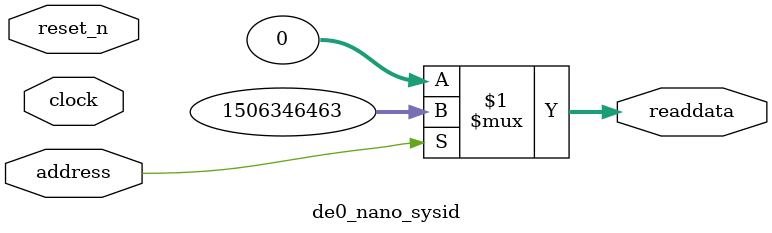
<source format=v>

`timescale 1ns / 1ps
// synthesis translate_on

// turn off superfluous verilog processor warnings 
// altera message_level Level1 
// altera message_off 10034 10035 10036 10037 10230 10240 10030 

module de0_nano_sysid (
               // inputs:
                address,
                clock,
                reset_n,

               // outputs:
                readdata
             )
;

  output  [ 31: 0] readdata;
  input            address;
  input            clock;
  input            reset_n;

  wire    [ 31: 0] readdata;
  //control_slave, which is an e_avalon_slave
  assign readdata = address ? 1506346463 : 0;

endmodule




</source>
